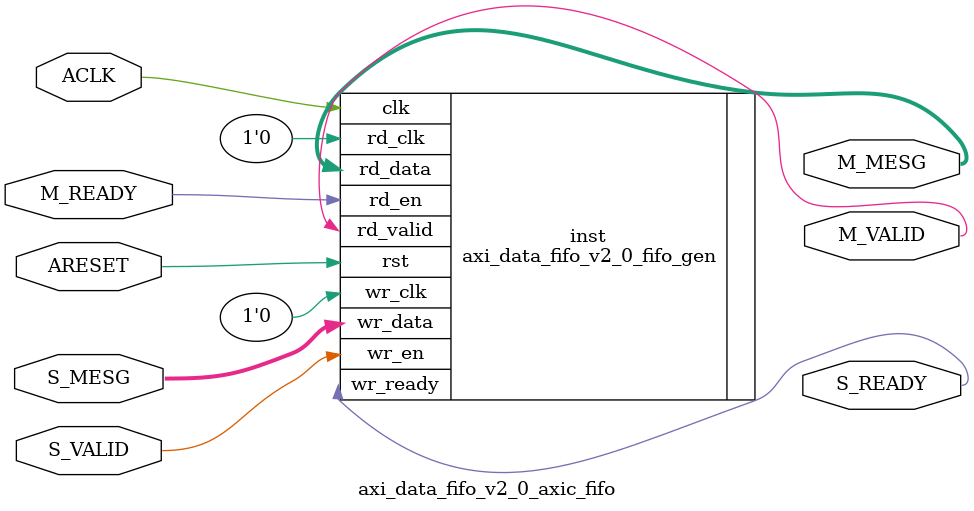
<source format=v>
`timescale 1ps/1ps


module axi_data_fifo_v2_0_axic_fifo #
  (
   parameter         C_FAMILY          = "virtex6",
   parameter integer C_FIFO_DEPTH_LOG  = 5,      // FIFO depth = 2**C_FIFO_DEPTH_LOG
                                                 // Range = [5:9] when TYPE="lut",
                                                 // Range = [5:12] when TYPE="bram",
   parameter integer C_FIFO_WIDTH      = 64,     // Width of payload [1:512]
   parameter         C_FIFO_TYPE       = "lut"   // "lut" = LUT (SRL) based,
                                                 // "bram" = BRAM based
   )
  (
   // Global inputs
   input  wire                        ACLK,    // Clock
   input  wire                        ARESET,  // Reset
   // Slave  Port
   input  wire [C_FIFO_WIDTH-1:0]     S_MESG,  // Payload (may be any set of channel signals)
   input  wire                        S_VALID, // FIFO push
   output wire                        S_READY, // FIFO not full
   // Master  Port
   output wire [C_FIFO_WIDTH-1:0]     M_MESG,  // Payload
   output wire                        M_VALID, // FIFO not empty
   input  wire                        M_READY  // FIFO pop
   );

   axi_data_fifo_v2_0_fifo_gen #(
     .C_FAMILY(C_FAMILY),
     .C_COMMON_CLOCK(1),
     .C_FIFO_DEPTH_LOG(C_FIFO_DEPTH_LOG),
     .C_FIFO_WIDTH(C_FIFO_WIDTH),
     .C_FIFO_TYPE(C_FIFO_TYPE))
   inst (
     .clk(ACLK),
     .rst(ARESET),
     .wr_clk(1'b0),
     .wr_en(S_VALID),
     .wr_ready(S_READY),
     .wr_data(S_MESG),
     .rd_clk(1'b0),
     .rd_en(M_READY),
     .rd_valid(M_VALID),
     .rd_data(M_MESG));

endmodule

</source>
